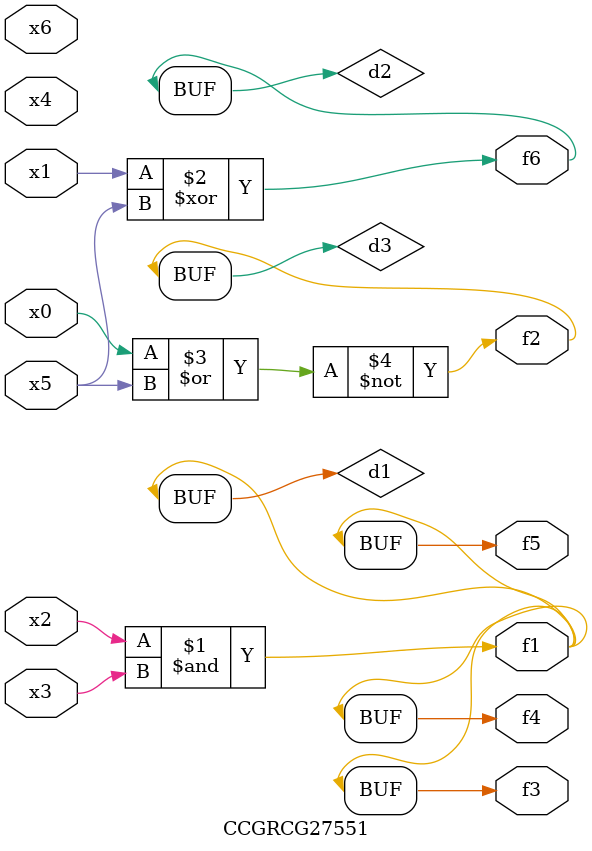
<source format=v>
module CCGRCG27551(
	input x0, x1, x2, x3, x4, x5, x6,
	output f1, f2, f3, f4, f5, f6
);

	wire d1, d2, d3;

	and (d1, x2, x3);
	xor (d2, x1, x5);
	nor (d3, x0, x5);
	assign f1 = d1;
	assign f2 = d3;
	assign f3 = d1;
	assign f4 = d1;
	assign f5 = d1;
	assign f6 = d2;
endmodule

</source>
